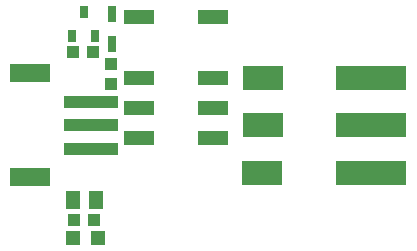
<source format=gbr>
G04 EAGLE Gerber RS-274X export*
G75*
%MOMM*%
%FSLAX34Y34*%
%LPD*%
%INSolderpaste Top*%
%IPPOS*%
%AMOC8*
5,1,8,0,0,1.08239X$1,22.5*%
G01*
%ADD10R,2.500000X1.250000*%
%ADD11R,0.635000X1.016000*%
%ADD12R,1.000000X1.075000*%
%ADD13R,0.800000X1.350000*%
%ADD14R,1.240000X1.500000*%
%ADD15R,1.075000X1.000000*%
%ADD16R,1.200000X1.200000*%
%ADD17R,4.600000X1.000000*%
%ADD18R,3.400000X1.600000*%
%ADD19R,3.500000X2.000000*%
%ADD20R,6.000000X2.000000*%


D10*
X112010Y199620D03*
X112010Y148320D03*
X112010Y122920D03*
X112010Y97520D03*
X175010Y199620D03*
X175010Y148320D03*
X175010Y122920D03*
X175010Y97520D03*
D11*
X65405Y203675D03*
X74905Y183675D03*
X55905Y183675D03*
D12*
X88900Y142630D03*
X88900Y159630D03*
D13*
X89535Y177165D03*
X89535Y202565D03*
D14*
X75540Y44450D03*
X56540Y44450D03*
D15*
X73270Y170180D03*
X56270Y170180D03*
D16*
X77810Y12700D03*
X56810Y12700D03*
D15*
X57540Y27940D03*
X74540Y27940D03*
D17*
X72085Y87950D03*
X72085Y107950D03*
D18*
X20085Y63950D03*
X20085Y151950D03*
D17*
X72085Y127950D03*
D19*
X217640Y147950D03*
D20*
X309140Y147950D03*
D19*
X217640Y107950D03*
D20*
X309140Y107950D03*
D19*
X216640Y67950D03*
D20*
X309140Y67950D03*
M02*

</source>
